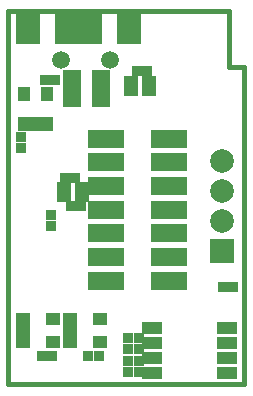
<source format=gbs>
G04 (created by PCBNEW-RS274X (2010-08-11 BZR 2448)-unstable) date Thu 16 Jun 2011 10:10:32 CST*
G01*
G70*
G90*
%MOIN*%
G04 Gerber Fmt 3.4, Leading zero omitted, Abs format*
%FSLAX34Y34*%
G04 APERTURE LIST*
%ADD10C,0.001000*%
%ADD11C,0.015000*%
%ADD12R,0.038100X0.038100*%
%ADD13R,0.045000X0.065000*%
%ADD14R,0.080000X0.100000*%
%ADD15R,0.065000X0.040000*%
%ADD16R,0.050000X0.040000*%
%ADD17R,0.040000X0.050000*%
%ADD18R,0.059400X0.047600*%
%ADD19C,0.059400*%
%ADD20R,0.118400X0.059400*%
%ADD21R,0.079100X0.079100*%
%ADD22C,0.079100*%
G04 APERTURE END LIST*
G54D10*
G54D11*
X47244Y-51811D02*
X39370Y-51811D01*
X47244Y-41220D02*
X47244Y-41220D01*
X46732Y-41221D02*
X47244Y-41221D01*
X46732Y-39370D02*
X46732Y-41220D01*
X39370Y-51811D02*
X39370Y-39370D01*
X47244Y-41220D02*
X47244Y-51811D01*
X39370Y-39370D02*
X46732Y-39370D01*
G54D12*
X43370Y-50640D03*
X43720Y-50640D03*
X46520Y-48580D03*
X46870Y-48580D03*
X43720Y-50260D03*
X43370Y-50260D03*
X40810Y-46180D03*
X40810Y-46530D03*
X41250Y-44940D03*
X41600Y-44940D03*
X43720Y-51020D03*
X43370Y-51020D03*
X43720Y-51410D03*
X43370Y-51410D03*
X42390Y-50880D03*
X42040Y-50880D03*
X40840Y-50880D03*
X40490Y-50880D03*
X40580Y-41680D03*
X40930Y-41680D03*
X39800Y-43920D03*
X39800Y-43570D03*
G54D13*
X43475Y-41875D03*
X44075Y-41875D03*
X41820Y-45400D03*
X41220Y-45400D03*
G54D14*
X42086Y-39961D03*
X43386Y-39961D03*
G54D15*
X46670Y-51420D03*
X46670Y-50920D03*
X46670Y-50420D03*
X46670Y-49920D03*
X44170Y-49920D03*
X44170Y-50420D03*
X44170Y-50920D03*
X44170Y-51420D03*
G54D16*
X41430Y-50395D03*
X41430Y-49645D03*
X42430Y-50395D03*
X41430Y-50020D03*
X42430Y-49645D03*
G54D17*
X40655Y-43120D03*
X39905Y-43120D03*
X40655Y-42120D03*
X40280Y-43120D03*
X39905Y-42120D03*
G54D16*
X39860Y-50385D03*
X39860Y-49635D03*
X40860Y-50385D03*
X39860Y-50010D03*
X40860Y-49635D03*
G54D18*
X41510Y-42320D03*
X41510Y-41945D03*
X41510Y-41572D03*
X42454Y-41570D03*
X42454Y-41948D03*
X42454Y-42320D03*
G54D19*
X41123Y-41015D03*
X42777Y-41015D03*
G54D12*
X43650Y-41375D03*
X44000Y-41375D03*
X41810Y-45870D03*
X41460Y-45870D03*
G54D20*
X44729Y-43630D03*
X42642Y-43630D03*
X44729Y-44417D03*
X42642Y-44417D03*
X44729Y-45205D03*
X42642Y-45205D03*
X44729Y-45992D03*
X42642Y-45992D03*
X44729Y-46780D03*
X42642Y-46780D03*
X44729Y-47567D03*
X42642Y-47567D03*
X44729Y-48354D03*
X42642Y-48354D03*
G54D21*
X46496Y-47366D03*
G54D22*
X46496Y-46366D03*
X46496Y-45366D03*
X46496Y-44366D03*
G54D14*
X40019Y-39961D03*
X41319Y-39961D03*
M02*

</source>
